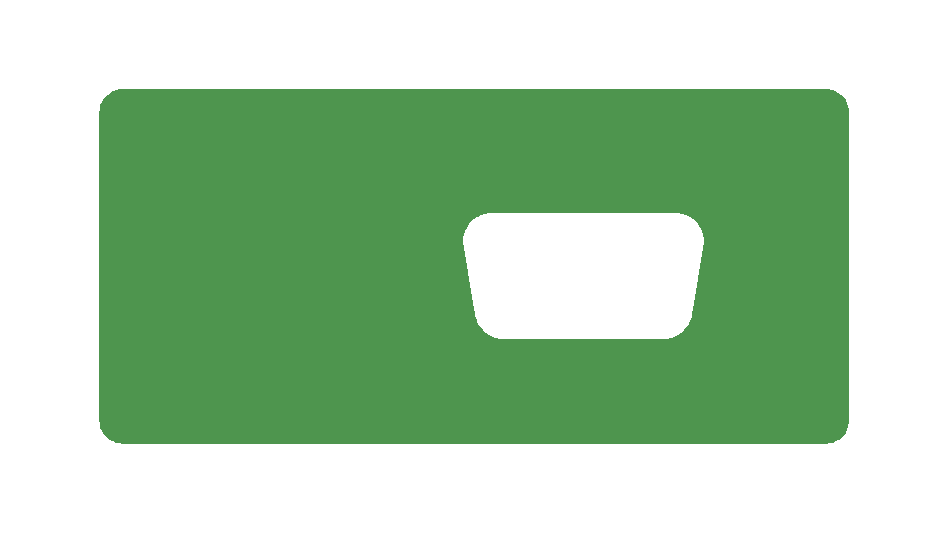
<source format=gbr>
%TF.GenerationSoftware,KiCad,Pcbnew,(6.0.6)*%
%TF.CreationDate,2022-11-01T14:40:17+00:00*%
%TF.ProjectId,rearcase,72656172-6361-4736-952e-6b696361645f,rev?*%
%TF.SameCoordinates,Original*%
%TF.FileFunction,Soldermask,Bot*%
%TF.FilePolarity,Negative*%
%FSLAX46Y46*%
G04 Gerber Fmt 4.6, Leading zero omitted, Abs format (unit mm)*
G04 Created by KiCad (PCBNEW (6.0.6)) date 2022-11-01 14:40:17*
%MOMM*%
%LPD*%
G01*
G04 APERTURE LIST*
%ADD10C,5.000000*%
%ADD11C,13.000000*%
G04 APERTURE END LIST*
D10*
%TO.C,REF\u002A\u002A*%
X128000000Y-86500000D03*
X179500000Y-108000000D03*
X128000000Y-108000000D03*
X150500000Y-97300000D03*
X179500000Y-86500000D03*
X175490000Y-97300000D03*
D11*
X136950000Y-97100000D03*
%TD*%
G36*
X183504487Y-81500321D02*
G01*
X183775645Y-81519714D01*
X183793440Y-81522273D01*
X184054654Y-81579097D01*
X184071903Y-81584161D01*
X184322386Y-81677586D01*
X184338740Y-81685055D01*
X184573375Y-81813176D01*
X184588498Y-81822895D01*
X184802510Y-81983103D01*
X184816096Y-81994876D01*
X185005124Y-82183904D01*
X185016897Y-82197490D01*
X185177105Y-82411502D01*
X185186824Y-82426625D01*
X185314945Y-82661260D01*
X185322414Y-82677614D01*
X185415839Y-82928097D01*
X185420903Y-82945346D01*
X185477727Y-83206560D01*
X185480286Y-83224355D01*
X185499679Y-83495513D01*
X185500000Y-83504501D01*
X185500000Y-109495499D01*
X185499679Y-109504487D01*
X185480286Y-109775645D01*
X185477727Y-109793440D01*
X185420903Y-110054654D01*
X185415839Y-110071903D01*
X185322414Y-110322386D01*
X185314945Y-110338740D01*
X185186824Y-110573375D01*
X185177105Y-110588498D01*
X185016897Y-110802510D01*
X185005124Y-110816096D01*
X184816096Y-111005124D01*
X184802510Y-111016897D01*
X184588498Y-111177105D01*
X184573375Y-111186824D01*
X184338740Y-111314945D01*
X184322386Y-111322414D01*
X184071903Y-111415839D01*
X184054654Y-111420903D01*
X183793440Y-111477727D01*
X183775645Y-111480286D01*
X183504487Y-111499679D01*
X183495499Y-111500000D01*
X124004501Y-111500000D01*
X123995513Y-111499679D01*
X123724355Y-111480286D01*
X123706560Y-111477727D01*
X123445346Y-111420903D01*
X123428097Y-111415839D01*
X123177614Y-111322414D01*
X123161260Y-111314945D01*
X122926625Y-111186824D01*
X122911502Y-111177105D01*
X122697489Y-111016897D01*
X122683903Y-111005124D01*
X122494876Y-110816097D01*
X122483103Y-110802511D01*
X122322895Y-110588498D01*
X122313176Y-110573375D01*
X122185055Y-110338740D01*
X122177586Y-110322386D01*
X122084161Y-110071903D01*
X122079097Y-110054654D01*
X122022273Y-109793440D01*
X122019714Y-109775645D01*
X122000321Y-109504487D01*
X122000000Y-109495499D01*
X122000000Y-94462438D01*
X152760496Y-94462438D01*
X152761318Y-94477463D01*
X153758799Y-100123204D01*
X153760451Y-100136885D01*
X153781161Y-100452853D01*
X153782235Y-100461011D01*
X153844551Y-100774297D01*
X153846682Y-100782249D01*
X153949356Y-101084716D01*
X153952506Y-101092320D01*
X154093779Y-101378796D01*
X154097900Y-101385933D01*
X154275357Y-101651516D01*
X154280368Y-101658047D01*
X154490989Y-101898213D01*
X154496787Y-101904011D01*
X154736953Y-102114632D01*
X154743484Y-102119643D01*
X155009067Y-102297100D01*
X155016204Y-102301221D01*
X155302680Y-102442494D01*
X155310284Y-102445644D01*
X155612751Y-102548318D01*
X155620703Y-102550449D01*
X155933989Y-102612765D01*
X155942147Y-102613839D01*
X156262951Y-102634866D01*
X156267050Y-102635000D01*
X169722950Y-102635000D01*
X169727049Y-102634866D01*
X170047853Y-102613839D01*
X170056011Y-102612765D01*
X170369297Y-102550449D01*
X170377249Y-102548318D01*
X170679716Y-102445644D01*
X170687320Y-102442494D01*
X170973796Y-102301221D01*
X170980933Y-102297100D01*
X171246516Y-102119643D01*
X171253047Y-102114632D01*
X171493213Y-101904011D01*
X171499011Y-101898213D01*
X171709632Y-101658047D01*
X171714643Y-101651516D01*
X171892100Y-101385933D01*
X171896221Y-101378796D01*
X172037494Y-101092320D01*
X172040644Y-101084716D01*
X172143318Y-100782249D01*
X172145449Y-100774297D01*
X172207765Y-100461011D01*
X172208839Y-100452853D01*
X172229549Y-100136885D01*
X172231201Y-100123204D01*
X173228682Y-94477463D01*
X173229504Y-94462438D01*
X173208839Y-94147147D01*
X173207765Y-94138989D01*
X173145449Y-93825703D01*
X173143318Y-93817751D01*
X173040644Y-93515284D01*
X173037494Y-93507680D01*
X172896221Y-93221204D01*
X172892100Y-93214067D01*
X172714643Y-92948484D01*
X172709632Y-92941953D01*
X172499011Y-92701787D01*
X172493213Y-92695989D01*
X172253047Y-92485368D01*
X172246516Y-92480357D01*
X171980933Y-92302900D01*
X171973796Y-92298779D01*
X171687320Y-92157506D01*
X171679716Y-92154356D01*
X171377249Y-92051682D01*
X171369297Y-92049551D01*
X171056011Y-91987235D01*
X171047853Y-91986161D01*
X170727049Y-91965134D01*
X170722950Y-91965000D01*
X155267050Y-91965000D01*
X155262951Y-91965134D01*
X154942147Y-91986161D01*
X154933989Y-91987235D01*
X154620703Y-92049551D01*
X154612751Y-92051682D01*
X154310293Y-92154353D01*
X154302674Y-92157508D01*
X154016203Y-92298781D01*
X154009065Y-92302902D01*
X153743484Y-92480357D01*
X153736953Y-92485368D01*
X153496787Y-92695989D01*
X153490989Y-92701787D01*
X153280368Y-92941953D01*
X153275357Y-92948484D01*
X153097902Y-93214065D01*
X153093781Y-93221203D01*
X152952508Y-93507674D01*
X152949353Y-93515293D01*
X152846682Y-93817751D01*
X152844551Y-93825703D01*
X152782235Y-94138989D01*
X152781161Y-94147147D01*
X152760496Y-94462438D01*
X122000000Y-94462438D01*
X122000000Y-83504501D01*
X122000321Y-83495513D01*
X122019714Y-83224355D01*
X122022273Y-83206560D01*
X122079097Y-82945346D01*
X122084161Y-82928097D01*
X122177586Y-82677614D01*
X122185055Y-82661260D01*
X122313176Y-82426625D01*
X122322895Y-82411502D01*
X122483103Y-82197489D01*
X122494876Y-82183903D01*
X122683903Y-81994876D01*
X122697489Y-81983103D01*
X122911502Y-81822895D01*
X122926625Y-81813176D01*
X123161260Y-81685055D01*
X123177614Y-81677586D01*
X123428097Y-81584161D01*
X123445346Y-81579097D01*
X123706560Y-81522273D01*
X123724355Y-81519714D01*
X123995513Y-81500321D01*
X124004501Y-81500000D01*
X183495499Y-81500000D01*
X183504487Y-81500321D01*
G37*
M02*

</source>
